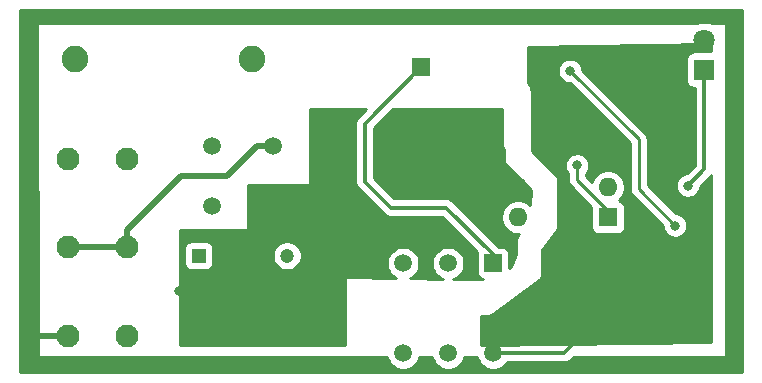
<source format=gbr>
%TF.GenerationSoftware,KiCad,Pcbnew,(5.1.12-1-g0a0a2da680)-1*%
%TF.CreationDate,2021-11-23T21:30:51+01:00*%
%TF.ProjectId,SMPS,534d5053-2e6b-4696-9361-645f70636258,rev?*%
%TF.SameCoordinates,Original*%
%TF.FileFunction,Copper,L2,Bot*%
%TF.FilePolarity,Positive*%
%FSLAX46Y46*%
G04 Gerber Fmt 4.6, Leading zero omitted, Abs format (unit mm)*
G04 Created by KiCad (PCBNEW (5.1.12-1-g0a0a2da680)-1) date 2021-11-23 21:30:51*
%MOMM*%
%LPD*%
G01*
G04 APERTURE LIST*
%TA.AperFunction,ComponentPad*%
%ADD10C,1.500000*%
%TD*%
%TA.AperFunction,ComponentPad*%
%ADD11R,1.500000X1.500000*%
%TD*%
%TA.AperFunction,ComponentPad*%
%ADD12C,1.800000*%
%TD*%
%TA.AperFunction,ComponentPad*%
%ADD13R,1.800000X1.800000*%
%TD*%
%TA.AperFunction,ComponentPad*%
%ADD14C,1.950000*%
%TD*%
%TA.AperFunction,ComponentPad*%
%ADD15C,2.250000*%
%TD*%
%TA.AperFunction,ComponentPad*%
%ADD16O,1.600000X1.600000*%
%TD*%
%TA.AperFunction,ComponentPad*%
%ADD17R,1.600000X1.600000*%
%TD*%
%TA.AperFunction,ComponentPad*%
%ADD18C,1.200000*%
%TD*%
%TA.AperFunction,ComponentPad*%
%ADD19R,1.200000X1.200000*%
%TD*%
%TA.AperFunction,ComponentPad*%
%ADD20C,1.510000*%
%TD*%
%TA.AperFunction,ViaPad*%
%ADD21C,0.800000*%
%TD*%
%TA.AperFunction,Conductor*%
%ADD22C,0.300000*%
%TD*%
%TA.AperFunction,Conductor*%
%ADD23C,0.250000*%
%TD*%
%TA.AperFunction,Conductor*%
%ADD24C,0.500000*%
%TD*%
%TA.AperFunction,Conductor*%
%ADD25C,0.254000*%
%TD*%
%TA.AperFunction,Conductor*%
%ADD26C,0.100000*%
%TD*%
G04 APERTURE END LIST*
D10*
%TO.P,T1,2*%
%TO.N,N/C*%
X83575000Y-82215000D03*
%TO.P,T1,5*%
X83575000Y-89835000D03*
D11*
%TO.P,T1,1*%
%TO.N,/DClink+*%
X87385000Y-82215000D03*
D10*
%TO.P,T1,6*%
%TO.N,GND_iso*%
X87385000Y-89835000D03*
%TO.P,T1,3*%
%TO.N,Net-(D1-Pad2)*%
X79765000Y-82215000D03*
%TO.P,T1,4*%
%TO.N,Net-(D2-Pad2)*%
X79765000Y-89835000D03*
%TD*%
D12*
%TO.P,J2,2*%
%TO.N,GND_iso*%
X105275000Y-63285000D03*
D13*
%TO.P,J2,1*%
%TO.N,3.3V*%
X105275000Y-65825000D03*
%TD*%
D14*
%TO.P,J1,A3*%
%TO.N,PE*%
X51375000Y-88375000D03*
%TO.P,J1,A2*%
%TO.N,/AC_N*%
X51375000Y-80875000D03*
%TO.P,J1,A1*%
%TO.N,/AC_L*%
X51375000Y-73375000D03*
%TO.P,J1,3*%
%TO.N,PE*%
X56375000Y-88375000D03*
%TO.P,J1,2*%
%TO.N,/AC_N*%
X56375000Y-80875000D03*
%TO.P,J1,1*%
%TO.N,/AC_L*%
X56375000Y-73375000D03*
%TD*%
D15*
%TO.P,F1,2*%
%TO.N,/AC_F_L*%
X66950000Y-64950000D03*
%TO.P,F1,1*%
%TO.N,/AC_L*%
X51950000Y-64950000D03*
%TD*%
D10*
%TO.P,C3,2*%
%TO.N,/GND*%
X81275000Y-73125000D03*
D11*
%TO.P,C3,1*%
%TO.N,/DClink+*%
X81275000Y-65625000D03*
%TD*%
D16*
%TO.P,U1,4*%
%TO.N,Net-(D1-Pad2)*%
X89505000Y-78325000D03*
%TO.P,U1,2*%
%TO.N,Net-(C6-Pad1)*%
X97125000Y-75785000D03*
%TO.P,U1,3*%
%TO.N,/GND*%
X89505000Y-75785000D03*
D17*
%TO.P,U1,1*%
%TO.N,Net-(R2-Pad2)*%
X97125000Y-78325000D03*
%TD*%
D18*
%TO.P,C5,2*%
%TO.N,Net-(C5-Pad2)*%
X69950000Y-81575000D03*
D19*
%TO.P,C5,1*%
%TO.N,/DClink+*%
X62450000Y-81575000D03*
%TD*%
D20*
%TO.P,BR1,4*%
%TO.N,/AC_F_L*%
X63626000Y-77400000D03*
%TO.P,BR1,3*%
%TO.N,/GND*%
X68726000Y-77400000D03*
%TO.P,BR1,2*%
%TO.N,/AC_N*%
X68726000Y-72300000D03*
%TO.P,BR1,1*%
%TO.N,/DClink+*%
X63626000Y-72300000D03*
%TD*%
D21*
%TO.N,GND_iso*%
X99850000Y-83375000D03*
%TO.N,3.3V*%
X103875000Y-75650000D03*
%TO.N,Net-(C7-Pad1)*%
X102800000Y-79025000D03*
X93900000Y-65925000D03*
%TO.N,Net-(R2-Pad2)*%
X94500000Y-73925000D03*
%TO.N,/GND*%
X60750000Y-84600000D03*
%TD*%
D22*
%TO.N,GND_iso*%
X93390000Y-89835000D02*
X99850000Y-83375000D01*
X87385000Y-89835000D02*
X93390000Y-89835000D01*
%TO.N,3.3V*%
X105275000Y-65825000D02*
X105275000Y-74275000D01*
X103900000Y-75650000D02*
X103875000Y-75650000D01*
X105275000Y-74275000D02*
X103900000Y-75650000D01*
D23*
%TO.N,Net-(C7-Pad1)*%
X102800000Y-79025000D02*
X99700000Y-75925000D01*
X99700000Y-71725000D02*
X93900000Y-65925000D01*
X99700000Y-75925000D02*
X99700000Y-71725000D01*
D24*
%TO.N,PE*%
X51375000Y-88375000D02*
X48375000Y-88375000D01*
X48375000Y-88375000D02*
X48000000Y-88750000D01*
X48000000Y-88750000D02*
X48000000Y-90000000D01*
X48000000Y-90000000D02*
X49000000Y-91000000D01*
D23*
%TO.N,Net-(R2-Pad2)*%
X97125000Y-78325000D02*
X97125000Y-77775000D01*
X94500000Y-75150000D02*
X94500000Y-73925000D01*
X97125000Y-77775000D02*
X94500000Y-75150000D01*
%TO.N,/GND*%
X68726000Y-77400000D02*
X68726000Y-79374000D01*
X68726000Y-79374000D02*
X63500000Y-84600000D01*
X63500000Y-84600000D02*
X60750000Y-84600000D01*
D22*
%TO.N,/DClink+*%
X87385000Y-82215000D02*
X87385000Y-81460000D01*
X87385000Y-81460000D02*
X83425000Y-77500000D01*
X83425000Y-77500000D02*
X78700000Y-77500000D01*
X78700000Y-77500000D02*
X76500000Y-75300000D01*
X76500000Y-70400000D02*
X81275000Y-65625000D01*
X76500000Y-75300000D02*
X76500000Y-70400000D01*
D24*
%TO.N,/AC_N*%
X68726000Y-72300000D02*
X67375000Y-72300000D01*
X67375000Y-72300000D02*
X64875000Y-74800000D01*
X64875000Y-74800000D02*
X60975000Y-74800000D01*
X56375000Y-79400000D02*
X56375000Y-80875000D01*
X60975000Y-74800000D02*
X56375000Y-79400000D01*
X51375000Y-80875000D02*
X56375000Y-80875000D01*
%TD*%
D25*
%TO.N,PE*%
X108480000Y-91455000D02*
X47300000Y-91455000D01*
X47300000Y-62000423D01*
X48779707Y-62000423D01*
X48873001Y-90000423D01*
X48875524Y-90025191D01*
X48882830Y-90048991D01*
X48894639Y-90070909D01*
X48910497Y-90090101D01*
X48929795Y-90105831D01*
X48951790Y-90117494D01*
X48975639Y-90124642D01*
X49000000Y-90127000D01*
X78410949Y-90127000D01*
X78433225Y-90238989D01*
X78537629Y-90491043D01*
X78689201Y-90717886D01*
X78882114Y-90910799D01*
X79108957Y-91062371D01*
X79361011Y-91166775D01*
X79628589Y-91220000D01*
X79901411Y-91220000D01*
X80168989Y-91166775D01*
X80421043Y-91062371D01*
X80647886Y-90910799D01*
X80840799Y-90717886D01*
X80992371Y-90491043D01*
X81096775Y-90238989D01*
X81119051Y-90127000D01*
X82220949Y-90127000D01*
X82243225Y-90238989D01*
X82347629Y-90491043D01*
X82499201Y-90717886D01*
X82692114Y-90910799D01*
X82918957Y-91062371D01*
X83171011Y-91166775D01*
X83438589Y-91220000D01*
X83711411Y-91220000D01*
X83978989Y-91166775D01*
X84231043Y-91062371D01*
X84457886Y-90910799D01*
X84650799Y-90717886D01*
X84802371Y-90491043D01*
X84906775Y-90238989D01*
X84929051Y-90127000D01*
X86030949Y-90127000D01*
X86053225Y-90238989D01*
X86157629Y-90491043D01*
X86309201Y-90717886D01*
X86502114Y-90910799D01*
X86728957Y-91062371D01*
X86981011Y-91166775D01*
X87248589Y-91220000D01*
X87521411Y-91220000D01*
X87788989Y-91166775D01*
X88041043Y-91062371D01*
X88267886Y-90910799D01*
X88460799Y-90717886D01*
X88526204Y-90620000D01*
X93351447Y-90620000D01*
X93390000Y-90623797D01*
X93428553Y-90620000D01*
X93428561Y-90620000D01*
X93543887Y-90608641D01*
X93691860Y-90563754D01*
X93828233Y-90490862D01*
X93947764Y-90392764D01*
X93972347Y-90362810D01*
X94208157Y-90127000D01*
X107000000Y-90127000D01*
X107024776Y-90124560D01*
X107048601Y-90117333D01*
X107070557Y-90105597D01*
X107089803Y-90089803D01*
X107105597Y-90070557D01*
X107117333Y-90048601D01*
X107124560Y-90024776D01*
X107127000Y-90000000D01*
X107127000Y-62000000D01*
X107124560Y-61975224D01*
X107117333Y-61951399D01*
X107105597Y-61929443D01*
X107089803Y-61910197D01*
X107070557Y-61894403D01*
X107048601Y-61882667D01*
X107024776Y-61875440D01*
X107000000Y-61873000D01*
X105877278Y-61873000D01*
X105722743Y-61808989D01*
X105426184Y-61750000D01*
X105123816Y-61750000D01*
X104827257Y-61808989D01*
X104672722Y-61873000D01*
X48906706Y-61873000D01*
X48881930Y-61875440D01*
X48858105Y-61882667D01*
X48836149Y-61894403D01*
X48816903Y-61910197D01*
X48801109Y-61929443D01*
X48789373Y-61951399D01*
X48782146Y-61975224D01*
X48779707Y-62000423D01*
X47300000Y-62000423D01*
X47300000Y-60780000D01*
X108480001Y-60780000D01*
X108480000Y-91455000D01*
%TA.AperFunction,Conductor*%
D26*
G36*
X108480000Y-91455000D02*
G01*
X47300000Y-91455000D01*
X47300000Y-62000423D01*
X48779707Y-62000423D01*
X48873001Y-90000423D01*
X48875524Y-90025191D01*
X48882830Y-90048991D01*
X48894639Y-90070909D01*
X48910497Y-90090101D01*
X48929795Y-90105831D01*
X48951790Y-90117494D01*
X48975639Y-90124642D01*
X49000000Y-90127000D01*
X78410949Y-90127000D01*
X78433225Y-90238989D01*
X78537629Y-90491043D01*
X78689201Y-90717886D01*
X78882114Y-90910799D01*
X79108957Y-91062371D01*
X79361011Y-91166775D01*
X79628589Y-91220000D01*
X79901411Y-91220000D01*
X80168989Y-91166775D01*
X80421043Y-91062371D01*
X80647886Y-90910799D01*
X80840799Y-90717886D01*
X80992371Y-90491043D01*
X81096775Y-90238989D01*
X81119051Y-90127000D01*
X82220949Y-90127000D01*
X82243225Y-90238989D01*
X82347629Y-90491043D01*
X82499201Y-90717886D01*
X82692114Y-90910799D01*
X82918957Y-91062371D01*
X83171011Y-91166775D01*
X83438589Y-91220000D01*
X83711411Y-91220000D01*
X83978989Y-91166775D01*
X84231043Y-91062371D01*
X84457886Y-90910799D01*
X84650799Y-90717886D01*
X84802371Y-90491043D01*
X84906775Y-90238989D01*
X84929051Y-90127000D01*
X86030949Y-90127000D01*
X86053225Y-90238989D01*
X86157629Y-90491043D01*
X86309201Y-90717886D01*
X86502114Y-90910799D01*
X86728957Y-91062371D01*
X86981011Y-91166775D01*
X87248589Y-91220000D01*
X87521411Y-91220000D01*
X87788989Y-91166775D01*
X88041043Y-91062371D01*
X88267886Y-90910799D01*
X88460799Y-90717886D01*
X88526204Y-90620000D01*
X93351447Y-90620000D01*
X93390000Y-90623797D01*
X93428553Y-90620000D01*
X93428561Y-90620000D01*
X93543887Y-90608641D01*
X93691860Y-90563754D01*
X93828233Y-90490862D01*
X93947764Y-90392764D01*
X93972347Y-90362810D01*
X94208157Y-90127000D01*
X107000000Y-90127000D01*
X107024776Y-90124560D01*
X107048601Y-90117333D01*
X107070557Y-90105597D01*
X107089803Y-90089803D01*
X107105597Y-90070557D01*
X107117333Y-90048601D01*
X107124560Y-90024776D01*
X107127000Y-90000000D01*
X107127000Y-62000000D01*
X107124560Y-61975224D01*
X107117333Y-61951399D01*
X107105597Y-61929443D01*
X107089803Y-61910197D01*
X107070557Y-61894403D01*
X107048601Y-61882667D01*
X107024776Y-61875440D01*
X107000000Y-61873000D01*
X105877278Y-61873000D01*
X105722743Y-61808989D01*
X105426184Y-61750000D01*
X105123816Y-61750000D01*
X104827257Y-61808989D01*
X104672722Y-61873000D01*
X48906706Y-61873000D01*
X48881930Y-61875440D01*
X48858105Y-61882667D01*
X48836149Y-61894403D01*
X48816903Y-61910197D01*
X48801109Y-61929443D01*
X48789373Y-61951399D01*
X48782146Y-61975224D01*
X48779707Y-62000423D01*
X47300000Y-62000423D01*
X47300000Y-60780000D01*
X108480001Y-60780000D01*
X108480000Y-91455000D01*
G37*
%TD.AperFunction*%
%TD*%
D25*
%TO.N,GND_iso*%
X105873000Y-64286928D02*
X104375000Y-64286928D01*
X104250518Y-64299188D01*
X104130820Y-64335498D01*
X104020506Y-64394463D01*
X103923815Y-64473815D01*
X103844463Y-64570506D01*
X103785498Y-64680820D01*
X103749188Y-64800518D01*
X103736928Y-64925000D01*
X103736928Y-66725000D01*
X103749188Y-66849482D01*
X103785498Y-66969180D01*
X103844463Y-67079494D01*
X103923815Y-67176185D01*
X104020506Y-67255537D01*
X104130820Y-67314502D01*
X104250518Y-67350812D01*
X104375000Y-67363072D01*
X104490000Y-67363072D01*
X104490001Y-73949842D01*
X103824843Y-74615000D01*
X103773061Y-74615000D01*
X103573102Y-74654774D01*
X103384744Y-74732795D01*
X103215226Y-74846063D01*
X103071063Y-74990226D01*
X102957795Y-75159744D01*
X102879774Y-75348102D01*
X102840000Y-75548061D01*
X102840000Y-75751939D01*
X102879774Y-75951898D01*
X102957795Y-76140256D01*
X103071063Y-76309774D01*
X103215226Y-76453937D01*
X103384744Y-76567205D01*
X103573102Y-76645226D01*
X103773061Y-76685000D01*
X103976939Y-76685000D01*
X104176898Y-76645226D01*
X104365256Y-76567205D01*
X104534774Y-76453937D01*
X104678937Y-76309774D01*
X104792205Y-76140256D01*
X104870226Y-75951898D01*
X104910000Y-75751939D01*
X104910000Y-75750157D01*
X105802810Y-74857347D01*
X105832764Y-74832764D01*
X105873000Y-74783737D01*
X105873000Y-88874597D01*
X86377000Y-89121382D01*
X86377000Y-86660000D01*
X86984241Y-86660000D01*
X87033369Y-86662352D01*
X87081205Y-86655195D01*
X87129383Y-86650450D01*
X87145404Y-86645590D01*
X87161946Y-86643115D01*
X87207471Y-86626762D01*
X87253793Y-86612710D01*
X87268554Y-86604820D01*
X87284300Y-86599164D01*
X87325762Y-86574242D01*
X87368450Y-86551425D01*
X87406500Y-86520198D01*
X91254427Y-83658920D01*
X91268449Y-83651425D01*
X91306481Y-83620213D01*
X91319838Y-83610281D01*
X91331547Y-83599642D01*
X91368948Y-83568948D01*
X91379562Y-83556015D01*
X91391950Y-83544759D01*
X91420726Y-83505857D01*
X91451425Y-83468450D01*
X91459316Y-83453686D01*
X91469264Y-83440238D01*
X91489892Y-83396483D01*
X91512710Y-83353793D01*
X91517569Y-83337775D01*
X91524703Y-83322643D01*
X91536398Y-83275706D01*
X91550450Y-83229383D01*
X91552091Y-83212722D01*
X91556135Y-83196491D01*
X91558448Y-83148177D01*
X91560000Y-83132419D01*
X91560000Y-83115759D01*
X91562352Y-83066631D01*
X91560000Y-83050911D01*
X91560000Y-81110599D01*
X92774741Y-79400964D01*
X92801425Y-79368450D01*
X92827598Y-79319483D01*
X92855173Y-79271276D01*
X92858208Y-79262216D01*
X92862710Y-79253793D01*
X92878834Y-79200641D01*
X92896467Y-79148000D01*
X92897675Y-79138531D01*
X92900450Y-79129383D01*
X92905896Y-79074090D01*
X92912919Y-79019037D01*
X92910000Y-78977084D01*
X92910000Y-75282412D01*
X92913192Y-75250000D01*
X92910000Y-75217588D01*
X92910000Y-75217581D01*
X92900450Y-75120617D01*
X92862710Y-74996207D01*
X92801425Y-74881550D01*
X92781896Y-74857754D01*
X92739614Y-74806233D01*
X92739612Y-74806231D01*
X92718948Y-74781052D01*
X92693769Y-74760388D01*
X91756442Y-73823061D01*
X93465000Y-73823061D01*
X93465000Y-74026939D01*
X93504774Y-74226898D01*
X93582795Y-74415256D01*
X93696063Y-74584774D01*
X93740000Y-74628711D01*
X93740000Y-75112677D01*
X93736324Y-75150000D01*
X93740000Y-75187322D01*
X93740000Y-75187332D01*
X93750997Y-75298985D01*
X93777089Y-75384999D01*
X93794454Y-75442246D01*
X93865026Y-75574276D01*
X93901279Y-75618450D01*
X93959999Y-75690001D01*
X93989003Y-75713804D01*
X95697084Y-77421885D01*
X95686928Y-77525000D01*
X95686928Y-79125000D01*
X95699188Y-79249482D01*
X95735498Y-79369180D01*
X95794463Y-79479494D01*
X95873815Y-79576185D01*
X95970506Y-79655537D01*
X96080820Y-79714502D01*
X96200518Y-79750812D01*
X96325000Y-79763072D01*
X97925000Y-79763072D01*
X98049482Y-79750812D01*
X98169180Y-79714502D01*
X98279494Y-79655537D01*
X98376185Y-79576185D01*
X98455537Y-79479494D01*
X98514502Y-79369180D01*
X98550812Y-79249482D01*
X98563072Y-79125000D01*
X98563072Y-77525000D01*
X98550812Y-77400518D01*
X98514502Y-77280820D01*
X98455537Y-77170506D01*
X98376185Y-77073815D01*
X98279494Y-76994463D01*
X98169180Y-76935498D01*
X98049482Y-76899188D01*
X98041039Y-76898357D01*
X98239637Y-76699759D01*
X98396680Y-76464727D01*
X98504853Y-76203574D01*
X98560000Y-75926335D01*
X98560000Y-75643665D01*
X98504853Y-75366426D01*
X98396680Y-75105273D01*
X98239637Y-74870241D01*
X98039759Y-74670363D01*
X97804727Y-74513320D01*
X97543574Y-74405147D01*
X97266335Y-74350000D01*
X96983665Y-74350000D01*
X96706426Y-74405147D01*
X96445273Y-74513320D01*
X96210241Y-74670363D01*
X96010363Y-74870241D01*
X95853320Y-75105273D01*
X95758644Y-75333842D01*
X95260000Y-74835199D01*
X95260000Y-74628711D01*
X95303937Y-74584774D01*
X95417205Y-74415256D01*
X95495226Y-74226898D01*
X95535000Y-74026939D01*
X95535000Y-73823061D01*
X95495226Y-73623102D01*
X95417205Y-73434744D01*
X95303937Y-73265226D01*
X95159774Y-73121063D01*
X94990256Y-73007795D01*
X94801898Y-72929774D01*
X94601939Y-72890000D01*
X94398061Y-72890000D01*
X94198102Y-72929774D01*
X94009744Y-73007795D01*
X93840226Y-73121063D01*
X93696063Y-73265226D01*
X93582795Y-73434744D01*
X93504774Y-73623102D01*
X93465000Y-73823061D01*
X91756442Y-73823061D01*
X90660000Y-72726620D01*
X90660000Y-67717581D01*
X90656802Y-67685110D01*
X90656802Y-67678617D01*
X90655838Y-67669453D01*
X90651095Y-67627169D01*
X90650450Y-67620617D01*
X90650308Y-67620148D01*
X90644961Y-67572478D01*
X90632528Y-67513984D01*
X90620905Y-67455284D01*
X90618180Y-67446481D01*
X90588674Y-67353465D01*
X90565118Y-67298505D01*
X90542314Y-67243178D01*
X90537931Y-67235072D01*
X90490920Y-67149559D01*
X90457128Y-67100208D01*
X90424018Y-67050374D01*
X90418144Y-67043274D01*
X90355419Y-66968522D01*
X90312706Y-66926695D01*
X90299873Y-66913772D01*
X90326475Y-65823061D01*
X92865000Y-65823061D01*
X92865000Y-66026939D01*
X92904774Y-66226898D01*
X92982795Y-66415256D01*
X93096063Y-66584774D01*
X93240226Y-66728937D01*
X93409744Y-66842205D01*
X93598102Y-66920226D01*
X93798061Y-66960000D01*
X93860199Y-66960000D01*
X98940001Y-72039803D01*
X98940000Y-75887677D01*
X98936324Y-75925000D01*
X98940000Y-75962322D01*
X98940000Y-75962332D01*
X98950997Y-76073985D01*
X98971100Y-76140256D01*
X98994454Y-76217246D01*
X99065026Y-76349276D01*
X99104871Y-76397826D01*
X99159999Y-76465001D01*
X99189003Y-76488804D01*
X101765000Y-79064802D01*
X101765000Y-79126939D01*
X101804774Y-79326898D01*
X101882795Y-79515256D01*
X101996063Y-79684774D01*
X102140226Y-79828937D01*
X102309744Y-79942205D01*
X102498102Y-80020226D01*
X102698061Y-80060000D01*
X102901939Y-80060000D01*
X103101898Y-80020226D01*
X103290256Y-79942205D01*
X103459774Y-79828937D01*
X103603937Y-79684774D01*
X103717205Y-79515256D01*
X103795226Y-79326898D01*
X103835000Y-79126939D01*
X103835000Y-78923061D01*
X103795226Y-78723102D01*
X103717205Y-78534744D01*
X103603937Y-78365226D01*
X103459774Y-78221063D01*
X103290256Y-78107795D01*
X103101898Y-78029774D01*
X102901939Y-77990000D01*
X102839802Y-77990000D01*
X100460000Y-75610199D01*
X100460000Y-71762325D01*
X100463676Y-71725000D01*
X100460000Y-71687675D01*
X100460000Y-71687667D01*
X100449003Y-71576014D01*
X100405546Y-71432753D01*
X100334974Y-71300724D01*
X100240001Y-71184999D01*
X100211003Y-71161201D01*
X94935000Y-65885199D01*
X94935000Y-65823061D01*
X94895226Y-65623102D01*
X94817205Y-65434744D01*
X94703937Y-65265226D01*
X94559774Y-65121063D01*
X94390256Y-65007795D01*
X94201898Y-64929774D01*
X94001939Y-64890000D01*
X93798061Y-64890000D01*
X93598102Y-64929774D01*
X93409744Y-65007795D01*
X93240226Y-65121063D01*
X93096063Y-65265226D01*
X92982795Y-65434744D01*
X92904774Y-65623102D01*
X92865000Y-65823061D01*
X90326475Y-65823061D01*
X90373988Y-63875048D01*
X105873000Y-63629032D01*
X105873000Y-64286928D01*
%TA.AperFunction,Conductor*%
D26*
G36*
X105873000Y-64286928D02*
G01*
X104375000Y-64286928D01*
X104250518Y-64299188D01*
X104130820Y-64335498D01*
X104020506Y-64394463D01*
X103923815Y-64473815D01*
X103844463Y-64570506D01*
X103785498Y-64680820D01*
X103749188Y-64800518D01*
X103736928Y-64925000D01*
X103736928Y-66725000D01*
X103749188Y-66849482D01*
X103785498Y-66969180D01*
X103844463Y-67079494D01*
X103923815Y-67176185D01*
X104020506Y-67255537D01*
X104130820Y-67314502D01*
X104250518Y-67350812D01*
X104375000Y-67363072D01*
X104490000Y-67363072D01*
X104490001Y-73949842D01*
X103824843Y-74615000D01*
X103773061Y-74615000D01*
X103573102Y-74654774D01*
X103384744Y-74732795D01*
X103215226Y-74846063D01*
X103071063Y-74990226D01*
X102957795Y-75159744D01*
X102879774Y-75348102D01*
X102840000Y-75548061D01*
X102840000Y-75751939D01*
X102879774Y-75951898D01*
X102957795Y-76140256D01*
X103071063Y-76309774D01*
X103215226Y-76453937D01*
X103384744Y-76567205D01*
X103573102Y-76645226D01*
X103773061Y-76685000D01*
X103976939Y-76685000D01*
X104176898Y-76645226D01*
X104365256Y-76567205D01*
X104534774Y-76453937D01*
X104678937Y-76309774D01*
X104792205Y-76140256D01*
X104870226Y-75951898D01*
X104910000Y-75751939D01*
X104910000Y-75750157D01*
X105802810Y-74857347D01*
X105832764Y-74832764D01*
X105873000Y-74783737D01*
X105873000Y-88874597D01*
X86377000Y-89121382D01*
X86377000Y-86660000D01*
X86984241Y-86660000D01*
X87033369Y-86662352D01*
X87081205Y-86655195D01*
X87129383Y-86650450D01*
X87145404Y-86645590D01*
X87161946Y-86643115D01*
X87207471Y-86626762D01*
X87253793Y-86612710D01*
X87268554Y-86604820D01*
X87284300Y-86599164D01*
X87325762Y-86574242D01*
X87368450Y-86551425D01*
X87406500Y-86520198D01*
X91254427Y-83658920D01*
X91268449Y-83651425D01*
X91306481Y-83620213D01*
X91319838Y-83610281D01*
X91331547Y-83599642D01*
X91368948Y-83568948D01*
X91379562Y-83556015D01*
X91391950Y-83544759D01*
X91420726Y-83505857D01*
X91451425Y-83468450D01*
X91459316Y-83453686D01*
X91469264Y-83440238D01*
X91489892Y-83396483D01*
X91512710Y-83353793D01*
X91517569Y-83337775D01*
X91524703Y-83322643D01*
X91536398Y-83275706D01*
X91550450Y-83229383D01*
X91552091Y-83212722D01*
X91556135Y-83196491D01*
X91558448Y-83148177D01*
X91560000Y-83132419D01*
X91560000Y-83115759D01*
X91562352Y-83066631D01*
X91560000Y-83050911D01*
X91560000Y-81110599D01*
X92774741Y-79400964D01*
X92801425Y-79368450D01*
X92827598Y-79319483D01*
X92855173Y-79271276D01*
X92858208Y-79262216D01*
X92862710Y-79253793D01*
X92878834Y-79200641D01*
X92896467Y-79148000D01*
X92897675Y-79138531D01*
X92900450Y-79129383D01*
X92905896Y-79074090D01*
X92912919Y-79019037D01*
X92910000Y-78977084D01*
X92910000Y-75282412D01*
X92913192Y-75250000D01*
X92910000Y-75217588D01*
X92910000Y-75217581D01*
X92900450Y-75120617D01*
X92862710Y-74996207D01*
X92801425Y-74881550D01*
X92781896Y-74857754D01*
X92739614Y-74806233D01*
X92739612Y-74806231D01*
X92718948Y-74781052D01*
X92693769Y-74760388D01*
X91756442Y-73823061D01*
X93465000Y-73823061D01*
X93465000Y-74026939D01*
X93504774Y-74226898D01*
X93582795Y-74415256D01*
X93696063Y-74584774D01*
X93740000Y-74628711D01*
X93740000Y-75112677D01*
X93736324Y-75150000D01*
X93740000Y-75187322D01*
X93740000Y-75187332D01*
X93750997Y-75298985D01*
X93777089Y-75384999D01*
X93794454Y-75442246D01*
X93865026Y-75574276D01*
X93901279Y-75618450D01*
X93959999Y-75690001D01*
X93989003Y-75713804D01*
X95697084Y-77421885D01*
X95686928Y-77525000D01*
X95686928Y-79125000D01*
X95699188Y-79249482D01*
X95735498Y-79369180D01*
X95794463Y-79479494D01*
X95873815Y-79576185D01*
X95970506Y-79655537D01*
X96080820Y-79714502D01*
X96200518Y-79750812D01*
X96325000Y-79763072D01*
X97925000Y-79763072D01*
X98049482Y-79750812D01*
X98169180Y-79714502D01*
X98279494Y-79655537D01*
X98376185Y-79576185D01*
X98455537Y-79479494D01*
X98514502Y-79369180D01*
X98550812Y-79249482D01*
X98563072Y-79125000D01*
X98563072Y-77525000D01*
X98550812Y-77400518D01*
X98514502Y-77280820D01*
X98455537Y-77170506D01*
X98376185Y-77073815D01*
X98279494Y-76994463D01*
X98169180Y-76935498D01*
X98049482Y-76899188D01*
X98041039Y-76898357D01*
X98239637Y-76699759D01*
X98396680Y-76464727D01*
X98504853Y-76203574D01*
X98560000Y-75926335D01*
X98560000Y-75643665D01*
X98504853Y-75366426D01*
X98396680Y-75105273D01*
X98239637Y-74870241D01*
X98039759Y-74670363D01*
X97804727Y-74513320D01*
X97543574Y-74405147D01*
X97266335Y-74350000D01*
X96983665Y-74350000D01*
X96706426Y-74405147D01*
X96445273Y-74513320D01*
X96210241Y-74670363D01*
X96010363Y-74870241D01*
X95853320Y-75105273D01*
X95758644Y-75333842D01*
X95260000Y-74835199D01*
X95260000Y-74628711D01*
X95303937Y-74584774D01*
X95417205Y-74415256D01*
X95495226Y-74226898D01*
X95535000Y-74026939D01*
X95535000Y-73823061D01*
X95495226Y-73623102D01*
X95417205Y-73434744D01*
X95303937Y-73265226D01*
X95159774Y-73121063D01*
X94990256Y-73007795D01*
X94801898Y-72929774D01*
X94601939Y-72890000D01*
X94398061Y-72890000D01*
X94198102Y-72929774D01*
X94009744Y-73007795D01*
X93840226Y-73121063D01*
X93696063Y-73265226D01*
X93582795Y-73434744D01*
X93504774Y-73623102D01*
X93465000Y-73823061D01*
X91756442Y-73823061D01*
X90660000Y-72726620D01*
X90660000Y-67717581D01*
X90656802Y-67685110D01*
X90656802Y-67678617D01*
X90655838Y-67669453D01*
X90651095Y-67627169D01*
X90650450Y-67620617D01*
X90650308Y-67620148D01*
X90644961Y-67572478D01*
X90632528Y-67513984D01*
X90620905Y-67455284D01*
X90618180Y-67446481D01*
X90588674Y-67353465D01*
X90565118Y-67298505D01*
X90542314Y-67243178D01*
X90537931Y-67235072D01*
X90490920Y-67149559D01*
X90457128Y-67100208D01*
X90424018Y-67050374D01*
X90418144Y-67043274D01*
X90355419Y-66968522D01*
X90312706Y-66926695D01*
X90299873Y-66913772D01*
X90326475Y-65823061D01*
X92865000Y-65823061D01*
X92865000Y-66026939D01*
X92904774Y-66226898D01*
X92982795Y-66415256D01*
X93096063Y-66584774D01*
X93240226Y-66728937D01*
X93409744Y-66842205D01*
X93598102Y-66920226D01*
X93798061Y-66960000D01*
X93860199Y-66960000D01*
X98940001Y-72039803D01*
X98940000Y-75887677D01*
X98936324Y-75925000D01*
X98940000Y-75962322D01*
X98940000Y-75962332D01*
X98950997Y-76073985D01*
X98971100Y-76140256D01*
X98994454Y-76217246D01*
X99065026Y-76349276D01*
X99104871Y-76397826D01*
X99159999Y-76465001D01*
X99189003Y-76488804D01*
X101765000Y-79064802D01*
X101765000Y-79126939D01*
X101804774Y-79326898D01*
X101882795Y-79515256D01*
X101996063Y-79684774D01*
X102140226Y-79828937D01*
X102309744Y-79942205D01*
X102498102Y-80020226D01*
X102698061Y-80060000D01*
X102901939Y-80060000D01*
X103101898Y-80020226D01*
X103290256Y-79942205D01*
X103459774Y-79828937D01*
X103603937Y-79684774D01*
X103717205Y-79515256D01*
X103795226Y-79326898D01*
X103835000Y-79126939D01*
X103835000Y-78923061D01*
X103795226Y-78723102D01*
X103717205Y-78534744D01*
X103603937Y-78365226D01*
X103459774Y-78221063D01*
X103290256Y-78107795D01*
X103101898Y-78029774D01*
X102901939Y-77990000D01*
X102839802Y-77990000D01*
X100460000Y-75610199D01*
X100460000Y-71762325D01*
X100463676Y-71725000D01*
X100460000Y-71687675D01*
X100460000Y-71687667D01*
X100449003Y-71576014D01*
X100405546Y-71432753D01*
X100334974Y-71300724D01*
X100240001Y-71184999D01*
X100211003Y-71161201D01*
X94935000Y-65885199D01*
X94935000Y-65823061D01*
X94895226Y-65623102D01*
X94817205Y-65434744D01*
X94703937Y-65265226D01*
X94559774Y-65121063D01*
X94390256Y-65007795D01*
X94201898Y-64929774D01*
X94001939Y-64890000D01*
X93798061Y-64890000D01*
X93598102Y-64929774D01*
X93409744Y-65007795D01*
X93240226Y-65121063D01*
X93096063Y-65265226D01*
X92982795Y-65434744D01*
X92904774Y-65623102D01*
X92865000Y-65823061D01*
X90326475Y-65823061D01*
X90373988Y-63875048D01*
X105873000Y-63629032D01*
X105873000Y-64286928D01*
G37*
%TD.AperFunction*%
%TD*%
D25*
%TO.N,/GND*%
X75972185Y-69817658D02*
X75942237Y-69842236D01*
X75917659Y-69872184D01*
X75917655Y-69872188D01*
X75884690Y-69912356D01*
X75844139Y-69961767D01*
X75805177Y-70034660D01*
X75771246Y-70098141D01*
X75726359Y-70246114D01*
X75711203Y-70400000D01*
X75715001Y-70438563D01*
X75715000Y-75261447D01*
X75711203Y-75300000D01*
X75715000Y-75338553D01*
X75715000Y-75338560D01*
X75726359Y-75453886D01*
X75771246Y-75601859D01*
X75844138Y-75738232D01*
X75942236Y-75857764D01*
X75972190Y-75882347D01*
X78117653Y-78027810D01*
X78142236Y-78057764D01*
X78261767Y-78155862D01*
X78398140Y-78228754D01*
X78546113Y-78273642D01*
X78621026Y-78281020D01*
X78661439Y-78285000D01*
X78661444Y-78285000D01*
X78700000Y-78288797D01*
X78738556Y-78285000D01*
X83099843Y-78285000D01*
X86043209Y-81228366D01*
X86009188Y-81340518D01*
X85996928Y-81465000D01*
X85996928Y-82965000D01*
X86009188Y-83089482D01*
X86045498Y-83209180D01*
X86104463Y-83319494D01*
X86183815Y-83416185D01*
X86280506Y-83495537D01*
X86390820Y-83554502D01*
X86494101Y-83585832D01*
X83996365Y-83539578D01*
X84231043Y-83442371D01*
X84457886Y-83290799D01*
X84650799Y-83097886D01*
X84802371Y-82871043D01*
X84906775Y-82618989D01*
X84960000Y-82351411D01*
X84960000Y-82078589D01*
X84906775Y-81811011D01*
X84802371Y-81558957D01*
X84650799Y-81332114D01*
X84457886Y-81139201D01*
X84231043Y-80987629D01*
X83978989Y-80883225D01*
X83711411Y-80830000D01*
X83438589Y-80830000D01*
X83171011Y-80883225D01*
X82918957Y-80987629D01*
X82692114Y-81139201D01*
X82499201Y-81332114D01*
X82347629Y-81558957D01*
X82243225Y-81811011D01*
X82190000Y-82078589D01*
X82190000Y-82351411D01*
X82243225Y-82618989D01*
X82347629Y-82871043D01*
X82499201Y-83097886D01*
X82692114Y-83290799D01*
X82918957Y-83442371D01*
X83114195Y-83523241D01*
X80349412Y-83472042D01*
X80421043Y-83442371D01*
X80647886Y-83290799D01*
X80840799Y-83097886D01*
X80992371Y-82871043D01*
X81096775Y-82618989D01*
X81150000Y-82351411D01*
X81150000Y-82078589D01*
X81096775Y-81811011D01*
X80992371Y-81558957D01*
X80840799Y-81332114D01*
X80647886Y-81139201D01*
X80421043Y-80987629D01*
X80168989Y-80883225D01*
X79901411Y-80830000D01*
X79628589Y-80830000D01*
X79361011Y-80883225D01*
X79108957Y-80987629D01*
X78882114Y-81139201D01*
X78689201Y-81332114D01*
X78537629Y-81558957D01*
X78433225Y-81811011D01*
X78380000Y-82078589D01*
X78380000Y-82351411D01*
X78433225Y-82618989D01*
X78537629Y-82871043D01*
X78689201Y-83097886D01*
X78882114Y-83290799D01*
X79108957Y-83442371D01*
X79125887Y-83449384D01*
X75002351Y-83373022D01*
X74977534Y-83375003D01*
X74953580Y-83381788D01*
X74931410Y-83393115D01*
X74911876Y-83408550D01*
X74895728Y-83427500D01*
X74883587Y-83449235D01*
X74875920Y-83472922D01*
X74873000Y-83500000D01*
X74873000Y-89123000D01*
X60877000Y-89123000D01*
X60877000Y-80975000D01*
X61211928Y-80975000D01*
X61211928Y-82175000D01*
X61224188Y-82299482D01*
X61260498Y-82419180D01*
X61319463Y-82529494D01*
X61398815Y-82626185D01*
X61495506Y-82705537D01*
X61605820Y-82764502D01*
X61725518Y-82800812D01*
X61850000Y-82813072D01*
X63050000Y-82813072D01*
X63174482Y-82800812D01*
X63294180Y-82764502D01*
X63404494Y-82705537D01*
X63501185Y-82626185D01*
X63580537Y-82529494D01*
X63639502Y-82419180D01*
X63675812Y-82299482D01*
X63688072Y-82175000D01*
X63688072Y-81453363D01*
X68715000Y-81453363D01*
X68715000Y-81696637D01*
X68762460Y-81935236D01*
X68855557Y-82159992D01*
X68990713Y-82362267D01*
X69162733Y-82534287D01*
X69365008Y-82669443D01*
X69589764Y-82762540D01*
X69828363Y-82810000D01*
X70071637Y-82810000D01*
X70310236Y-82762540D01*
X70534992Y-82669443D01*
X70737267Y-82534287D01*
X70909287Y-82362267D01*
X71044443Y-82159992D01*
X71137540Y-81935236D01*
X71185000Y-81696637D01*
X71185000Y-81453363D01*
X71137540Y-81214764D01*
X71044443Y-80990008D01*
X70909287Y-80787733D01*
X70737267Y-80615713D01*
X70534992Y-80480557D01*
X70310236Y-80387460D01*
X70071637Y-80340000D01*
X69828363Y-80340000D01*
X69589764Y-80387460D01*
X69365008Y-80480557D01*
X69162733Y-80615713D01*
X68990713Y-80787733D01*
X68855557Y-80990008D01*
X68762460Y-81214764D01*
X68715000Y-81453363D01*
X63688072Y-81453363D01*
X63688072Y-80975000D01*
X63675812Y-80850518D01*
X63639502Y-80730820D01*
X63580537Y-80620506D01*
X63501185Y-80523815D01*
X63404494Y-80444463D01*
X63294180Y-80385498D01*
X63174482Y-80349188D01*
X63050000Y-80336928D01*
X61850000Y-80336928D01*
X61725518Y-80349188D01*
X61605820Y-80385498D01*
X61495506Y-80444463D01*
X61398815Y-80523815D01*
X61319463Y-80620506D01*
X61260498Y-80730820D01*
X61224188Y-80850518D01*
X61211928Y-80975000D01*
X60877000Y-80975000D01*
X60877000Y-79377000D01*
X66500000Y-79377000D01*
X66524776Y-79374560D01*
X66548601Y-79367333D01*
X66570557Y-79355597D01*
X66589803Y-79339803D01*
X66605597Y-79320557D01*
X66617333Y-79298601D01*
X66624560Y-79274776D01*
X66627000Y-79250000D01*
X66627000Y-75627000D01*
X71750000Y-75627000D01*
X71774776Y-75624560D01*
X71798601Y-75617333D01*
X71820557Y-75605597D01*
X71839803Y-75589803D01*
X71855597Y-75570557D01*
X71867333Y-75548601D01*
X71874560Y-75524776D01*
X71877000Y-75500000D01*
X71877000Y-69127000D01*
X76662843Y-69127000D01*
X75972185Y-69817658D01*
%TA.AperFunction,Conductor*%
D26*
G36*
X75972185Y-69817658D02*
G01*
X75942237Y-69842236D01*
X75917659Y-69872184D01*
X75917655Y-69872188D01*
X75884690Y-69912356D01*
X75844139Y-69961767D01*
X75805177Y-70034660D01*
X75771246Y-70098141D01*
X75726359Y-70246114D01*
X75711203Y-70400000D01*
X75715001Y-70438563D01*
X75715000Y-75261447D01*
X75711203Y-75300000D01*
X75715000Y-75338553D01*
X75715000Y-75338560D01*
X75726359Y-75453886D01*
X75771246Y-75601859D01*
X75844138Y-75738232D01*
X75942236Y-75857764D01*
X75972190Y-75882347D01*
X78117653Y-78027810D01*
X78142236Y-78057764D01*
X78261767Y-78155862D01*
X78398140Y-78228754D01*
X78546113Y-78273642D01*
X78621026Y-78281020D01*
X78661439Y-78285000D01*
X78661444Y-78285000D01*
X78700000Y-78288797D01*
X78738556Y-78285000D01*
X83099843Y-78285000D01*
X86043209Y-81228366D01*
X86009188Y-81340518D01*
X85996928Y-81465000D01*
X85996928Y-82965000D01*
X86009188Y-83089482D01*
X86045498Y-83209180D01*
X86104463Y-83319494D01*
X86183815Y-83416185D01*
X86280506Y-83495537D01*
X86390820Y-83554502D01*
X86494101Y-83585832D01*
X83996365Y-83539578D01*
X84231043Y-83442371D01*
X84457886Y-83290799D01*
X84650799Y-83097886D01*
X84802371Y-82871043D01*
X84906775Y-82618989D01*
X84960000Y-82351411D01*
X84960000Y-82078589D01*
X84906775Y-81811011D01*
X84802371Y-81558957D01*
X84650799Y-81332114D01*
X84457886Y-81139201D01*
X84231043Y-80987629D01*
X83978989Y-80883225D01*
X83711411Y-80830000D01*
X83438589Y-80830000D01*
X83171011Y-80883225D01*
X82918957Y-80987629D01*
X82692114Y-81139201D01*
X82499201Y-81332114D01*
X82347629Y-81558957D01*
X82243225Y-81811011D01*
X82190000Y-82078589D01*
X82190000Y-82351411D01*
X82243225Y-82618989D01*
X82347629Y-82871043D01*
X82499201Y-83097886D01*
X82692114Y-83290799D01*
X82918957Y-83442371D01*
X83114195Y-83523241D01*
X80349412Y-83472042D01*
X80421043Y-83442371D01*
X80647886Y-83290799D01*
X80840799Y-83097886D01*
X80992371Y-82871043D01*
X81096775Y-82618989D01*
X81150000Y-82351411D01*
X81150000Y-82078589D01*
X81096775Y-81811011D01*
X80992371Y-81558957D01*
X80840799Y-81332114D01*
X80647886Y-81139201D01*
X80421043Y-80987629D01*
X80168989Y-80883225D01*
X79901411Y-80830000D01*
X79628589Y-80830000D01*
X79361011Y-80883225D01*
X79108957Y-80987629D01*
X78882114Y-81139201D01*
X78689201Y-81332114D01*
X78537629Y-81558957D01*
X78433225Y-81811011D01*
X78380000Y-82078589D01*
X78380000Y-82351411D01*
X78433225Y-82618989D01*
X78537629Y-82871043D01*
X78689201Y-83097886D01*
X78882114Y-83290799D01*
X79108957Y-83442371D01*
X79125887Y-83449384D01*
X75002351Y-83373022D01*
X74977534Y-83375003D01*
X74953580Y-83381788D01*
X74931410Y-83393115D01*
X74911876Y-83408550D01*
X74895728Y-83427500D01*
X74883587Y-83449235D01*
X74875920Y-83472922D01*
X74873000Y-83500000D01*
X74873000Y-89123000D01*
X60877000Y-89123000D01*
X60877000Y-80975000D01*
X61211928Y-80975000D01*
X61211928Y-82175000D01*
X61224188Y-82299482D01*
X61260498Y-82419180D01*
X61319463Y-82529494D01*
X61398815Y-82626185D01*
X61495506Y-82705537D01*
X61605820Y-82764502D01*
X61725518Y-82800812D01*
X61850000Y-82813072D01*
X63050000Y-82813072D01*
X63174482Y-82800812D01*
X63294180Y-82764502D01*
X63404494Y-82705537D01*
X63501185Y-82626185D01*
X63580537Y-82529494D01*
X63639502Y-82419180D01*
X63675812Y-82299482D01*
X63688072Y-82175000D01*
X63688072Y-81453363D01*
X68715000Y-81453363D01*
X68715000Y-81696637D01*
X68762460Y-81935236D01*
X68855557Y-82159992D01*
X68990713Y-82362267D01*
X69162733Y-82534287D01*
X69365008Y-82669443D01*
X69589764Y-82762540D01*
X69828363Y-82810000D01*
X70071637Y-82810000D01*
X70310236Y-82762540D01*
X70534992Y-82669443D01*
X70737267Y-82534287D01*
X70909287Y-82362267D01*
X71044443Y-82159992D01*
X71137540Y-81935236D01*
X71185000Y-81696637D01*
X71185000Y-81453363D01*
X71137540Y-81214764D01*
X71044443Y-80990008D01*
X70909287Y-80787733D01*
X70737267Y-80615713D01*
X70534992Y-80480557D01*
X70310236Y-80387460D01*
X70071637Y-80340000D01*
X69828363Y-80340000D01*
X69589764Y-80387460D01*
X69365008Y-80480557D01*
X69162733Y-80615713D01*
X68990713Y-80787733D01*
X68855557Y-80990008D01*
X68762460Y-81214764D01*
X68715000Y-81453363D01*
X63688072Y-81453363D01*
X63688072Y-80975000D01*
X63675812Y-80850518D01*
X63639502Y-80730820D01*
X63580537Y-80620506D01*
X63501185Y-80523815D01*
X63404494Y-80444463D01*
X63294180Y-80385498D01*
X63174482Y-80349188D01*
X63050000Y-80336928D01*
X61850000Y-80336928D01*
X61725518Y-80349188D01*
X61605820Y-80385498D01*
X61495506Y-80444463D01*
X61398815Y-80523815D01*
X61319463Y-80620506D01*
X61260498Y-80730820D01*
X61224188Y-80850518D01*
X61211928Y-80975000D01*
X60877000Y-80975000D01*
X60877000Y-79377000D01*
X66500000Y-79377000D01*
X66524776Y-79374560D01*
X66548601Y-79367333D01*
X66570557Y-79355597D01*
X66589803Y-79339803D01*
X66605597Y-79320557D01*
X66617333Y-79298601D01*
X66624560Y-79274776D01*
X66627000Y-79250000D01*
X66627000Y-75627000D01*
X71750000Y-75627000D01*
X71774776Y-75624560D01*
X71798601Y-75617333D01*
X71820557Y-75605597D01*
X71839803Y-75589803D01*
X71855597Y-75570557D01*
X71867333Y-75548601D01*
X71874560Y-75524776D01*
X71877000Y-75500000D01*
X71877000Y-69127000D01*
X76662843Y-69127000D01*
X75972185Y-69817658D01*
G37*
%TD.AperFunction*%
D25*
X88123000Y-72250000D02*
X88125440Y-72274776D01*
X88132667Y-72298601D01*
X88144403Y-72320557D01*
X88156028Y-72335429D01*
X88340001Y-72537799D01*
X88340001Y-73467581D01*
X88336808Y-73500000D01*
X88349551Y-73629382D01*
X88387290Y-73753792D01*
X88448575Y-73868450D01*
X88510386Y-73943766D01*
X88510389Y-73943769D01*
X88531053Y-73968948D01*
X88556232Y-73989612D01*
X90560627Y-75994008D01*
X90480790Y-77271394D01*
X90419759Y-77210363D01*
X90184727Y-77053320D01*
X89923574Y-76945147D01*
X89646335Y-76890000D01*
X89363665Y-76890000D01*
X89086426Y-76945147D01*
X88825273Y-77053320D01*
X88590241Y-77210363D01*
X88390363Y-77410241D01*
X88233320Y-77645273D01*
X88125147Y-77906426D01*
X88070000Y-78183665D01*
X88070000Y-78466335D01*
X88125147Y-78743574D01*
X88233320Y-79004727D01*
X88390363Y-79239759D01*
X88590241Y-79439637D01*
X88825273Y-79596680D01*
X89086426Y-79704853D01*
X89363665Y-79760000D01*
X89538924Y-79760000D01*
X89475781Y-79848401D01*
X89448576Y-79881550D01*
X89422796Y-79929781D01*
X89395505Y-79977217D01*
X89392181Y-79987058D01*
X89387291Y-79996207D01*
X89371412Y-80048551D01*
X89353904Y-80100390D01*
X89352565Y-80110681D01*
X89349551Y-80120617D01*
X89344190Y-80175052D01*
X89337130Y-80229311D01*
X89340001Y-80272112D01*
X89340000Y-81427726D01*
X88874623Y-82532998D01*
X88773072Y-82611114D01*
X88773072Y-81465000D01*
X88760812Y-81340518D01*
X88724502Y-81220820D01*
X88665537Y-81110506D01*
X88586185Y-81013815D01*
X88489494Y-80934463D01*
X88379180Y-80875498D01*
X88259482Y-80839188D01*
X88135000Y-80826928D01*
X87862085Y-80826928D01*
X84007345Y-76972188D01*
X83982764Y-76942236D01*
X83863233Y-76844138D01*
X83726860Y-76771246D01*
X83578887Y-76726359D01*
X83463561Y-76715000D01*
X83463553Y-76715000D01*
X83425000Y-76711203D01*
X83386447Y-76715000D01*
X79025157Y-76715000D01*
X77285000Y-74974843D01*
X77285000Y-70725157D01*
X78883157Y-69127000D01*
X88123000Y-69127000D01*
X88123000Y-72250000D01*
%TA.AperFunction,Conductor*%
D26*
G36*
X88123000Y-72250000D02*
G01*
X88125440Y-72274776D01*
X88132667Y-72298601D01*
X88144403Y-72320557D01*
X88156028Y-72335429D01*
X88340001Y-72537799D01*
X88340001Y-73467581D01*
X88336808Y-73500000D01*
X88349551Y-73629382D01*
X88387290Y-73753792D01*
X88448575Y-73868450D01*
X88510386Y-73943766D01*
X88510389Y-73943769D01*
X88531053Y-73968948D01*
X88556232Y-73989612D01*
X90560627Y-75994008D01*
X90480790Y-77271394D01*
X90419759Y-77210363D01*
X90184727Y-77053320D01*
X89923574Y-76945147D01*
X89646335Y-76890000D01*
X89363665Y-76890000D01*
X89086426Y-76945147D01*
X88825273Y-77053320D01*
X88590241Y-77210363D01*
X88390363Y-77410241D01*
X88233320Y-77645273D01*
X88125147Y-77906426D01*
X88070000Y-78183665D01*
X88070000Y-78466335D01*
X88125147Y-78743574D01*
X88233320Y-79004727D01*
X88390363Y-79239759D01*
X88590241Y-79439637D01*
X88825273Y-79596680D01*
X89086426Y-79704853D01*
X89363665Y-79760000D01*
X89538924Y-79760000D01*
X89475781Y-79848401D01*
X89448576Y-79881550D01*
X89422796Y-79929781D01*
X89395505Y-79977217D01*
X89392181Y-79987058D01*
X89387291Y-79996207D01*
X89371412Y-80048551D01*
X89353904Y-80100390D01*
X89352565Y-80110681D01*
X89349551Y-80120617D01*
X89344190Y-80175052D01*
X89337130Y-80229311D01*
X89340001Y-80272112D01*
X89340000Y-81427726D01*
X88874623Y-82532998D01*
X88773072Y-82611114D01*
X88773072Y-81465000D01*
X88760812Y-81340518D01*
X88724502Y-81220820D01*
X88665537Y-81110506D01*
X88586185Y-81013815D01*
X88489494Y-80934463D01*
X88379180Y-80875498D01*
X88259482Y-80839188D01*
X88135000Y-80826928D01*
X87862085Y-80826928D01*
X84007345Y-76972188D01*
X83982764Y-76942236D01*
X83863233Y-76844138D01*
X83726860Y-76771246D01*
X83578887Y-76726359D01*
X83463561Y-76715000D01*
X83463553Y-76715000D01*
X83425000Y-76711203D01*
X83386447Y-76715000D01*
X79025157Y-76715000D01*
X77285000Y-74974843D01*
X77285000Y-70725157D01*
X78883157Y-69127000D01*
X88123000Y-69127000D01*
X88123000Y-72250000D01*
G37*
%TD.AperFunction*%
%TD*%
M02*

</source>
